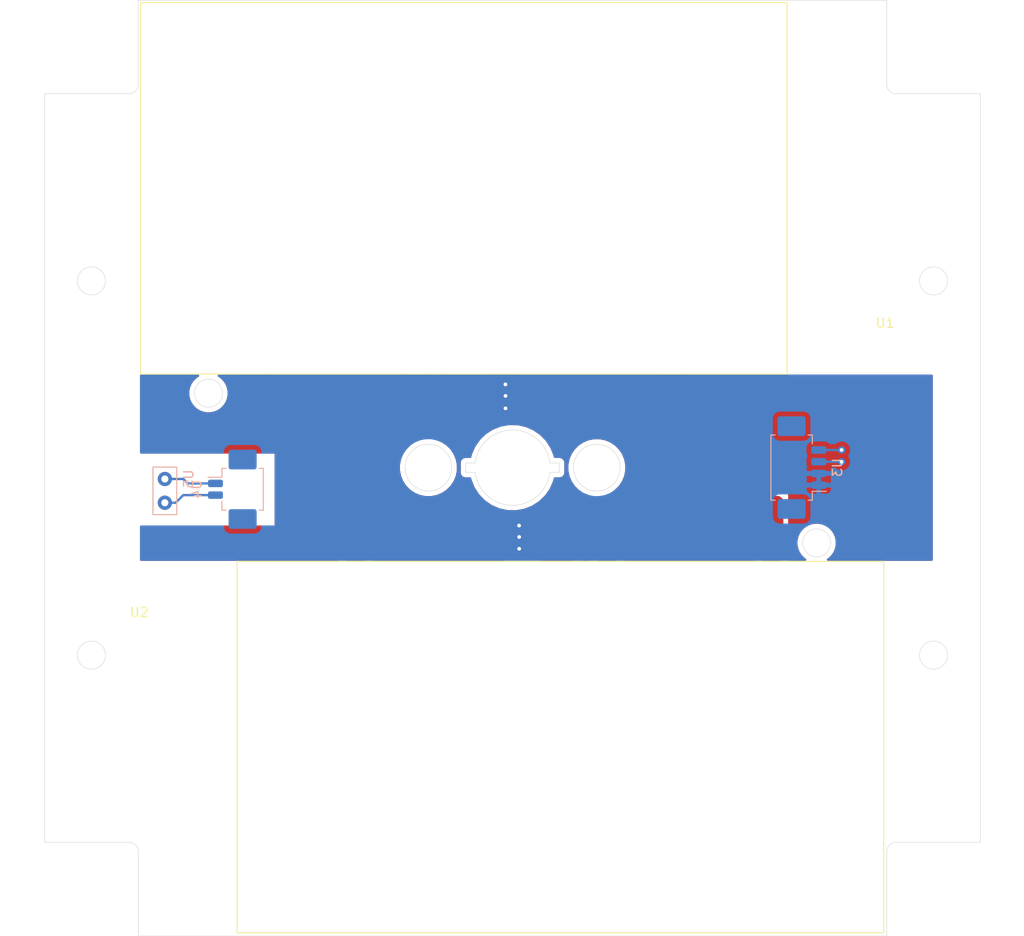
<source format=kicad_pcb>
(kicad_pcb (version 20171130) (host pcbnew "(5.1.9-0-10_14)")

  (general
    (thickness 1.6)
    (drawings 47)
    (tracks 34)
    (zones 0)
    (modules 5)
    (nets 5)
  )

  (page A4)
  (layers
    (0 F.Cu signal)
    (31 B.Cu signal)
    (32 B.Adhes user)
    (33 F.Adhes user)
    (34 B.Paste user)
    (35 F.Paste user)
    (36 B.SilkS user)
    (37 F.SilkS user)
    (38 B.Mask user)
    (39 F.Mask user)
    (40 Dwgs.User user hide)
    (41 Cmts.User user)
    (42 Eco1.User user)
    (43 Eco2.User user)
    (44 Edge.Cuts user)
    (45 Margin user)
    (46 B.CrtYd user)
    (47 F.CrtYd user)
    (48 B.Fab user)
    (49 F.Fab user)
  )

  (setup
    (last_trace_width 0.25)
    (user_trace_width 0.5)
    (trace_clearance 0.2)
    (zone_clearance 0.508)
    (zone_45_only no)
    (trace_min 0.2)
    (via_size 0.8)
    (via_drill 0.4)
    (via_min_size 0.4)
    (via_min_drill 0.3)
    (uvia_size 0.3)
    (uvia_drill 0.1)
    (uvias_allowed no)
    (uvia_min_size 0.2)
    (uvia_min_drill 0.1)
    (edge_width 0.05)
    (segment_width 0.2)
    (pcb_text_width 0.3)
    (pcb_text_size 1.5 1.5)
    (mod_edge_width 0.12)
    (mod_text_size 1 1)
    (mod_text_width 0.15)
    (pad_size 1.524 1.524)
    (pad_drill 0.762)
    (pad_to_mask_clearance 0)
    (aux_axis_origin 0 0)
    (visible_elements FFFFFF7F)
    (pcbplotparams
      (layerselection 0x010fc_ffffffff)
      (usegerberextensions true)
      (usegerberattributes true)
      (usegerberadvancedattributes true)
      (creategerberjobfile true)
      (excludeedgelayer true)
      (linewidth 0.100000)
      (plotframeref false)
      (viasonmask false)
      (mode 1)
      (useauxorigin false)
      (hpglpennumber 1)
      (hpglpenspeed 20)
      (hpglpendiameter 15.000000)
      (psnegative false)
      (psa4output false)
      (plotreference true)
      (plotvalue true)
      (plotinvisibletext false)
      (padsonsilk false)
      (subtractmaskfromsilk false)
      (outputformat 1)
      (mirror false)
      (drillshape 0)
      (scaleselection 1)
      (outputdirectory "../Solar Panels/ZPanel/"))
  )

  (net 0 "")
  (net 1 "Net-(U1-Pad1)")
  (net 2 "Net-(U1-Pad2)")
  (net 3 "Net-(U4-Pad1)")
  (net 4 "Net-(U4-Pad2)")

  (net_class Default "This is the default net class."
    (clearance 0.2)
    (trace_width 0.25)
    (via_dia 0.8)
    (via_drill 0.4)
    (uvia_dia 0.3)
    (uvia_drill 0.1)
    (add_net "Net-(U1-Pad1)")
    (add_net "Net-(U1-Pad2)")
    (add_net "Net-(U4-Pad1)")
    (add_net "Net-(U4-Pad2)")
  )

  (module Battery:Spectrolab_XTE-SF_Solar_Cell (layer F.Cu) (tedit 60EDEB11) (tstamp 611D7561)
    (at 179.01 72.15 180)
    (path /611D2A06)
    (fp_text reference U1 (at -10.47 5.44) (layer F.SilkS)
      (effects (font (size 1 1) (thickness 0.15)))
    )
    (fp_text value Spectrolab_XTE-SF_Solar_Cells (at -13.44 -5.52) (layer F.Fab)
      (effects (font (size 1 1) (thickness 0.15)))
    )
    (fp_line (start 0 39.7) (end 0 0) (layer F.SilkS) (width 0.12))
    (fp_line (start 69.1 39.7) (end 0 39.7) (layer F.SilkS) (width 0.12))
    (fp_line (start 69.1 0) (end 69.1 39.7) (layer F.SilkS) (width 0.12))
    (fp_line (start 0 0) (end 69.1 0) (layer F.SilkS) (width 0.12))
    (pad 4 smd roundrect (at 57.08 -3.5 180) (size 2.6 7) (layers F.Cu F.Paste F.Mask) (roundrect_rratio 0.25)
      (net 1 "Net-(U1-Pad1)"))
    (pad 3 smd roundrect (at 39.53 -3.5 180) (size 2.6 7) (layers F.Cu F.Paste F.Mask) (roundrect_rratio 0.25)
      (net 1 "Net-(U1-Pad1)"))
    (pad 2 smd roundrect (at 34.2 -2.62 180) (size 5 5.25) (layers F.Cu F.Paste F.Mask) (roundrect_rratio 0.25)
      (net 2 "Net-(U1-Pad2)"))
    (pad 1 smd roundrect (at 12.63 -3.5 180) (size 2.6 7) (layers F.Cu F.Paste F.Mask) (roundrect_rratio 0.25)
      (net 1 "Net-(U1-Pad1)"))
  )

  (module Battery:Spectrolab_XTE-SF_Solar_Cell (layer F.Cu) (tedit 60EDEB11) (tstamp 611D756D)
    (at 120.24 92.18)
    (path /611D1AF6)
    (fp_text reference U2 (at -10.47 5.44) (layer F.SilkS)
      (effects (font (size 1 1) (thickness 0.15)))
    )
    (fp_text value Spectrolab_XTE-SF_Solar_Cells (at -13.44 -5.52) (layer F.Fab)
      (effects (font (size 1 1) (thickness 0.15)))
    )
    (fp_line (start 0 0) (end 69.1 0) (layer F.SilkS) (width 0.12))
    (fp_line (start 69.1 0) (end 69.1 39.7) (layer F.SilkS) (width 0.12))
    (fp_line (start 69.1 39.7) (end 0 39.7) (layer F.SilkS) (width 0.12))
    (fp_line (start 0 39.7) (end 0 0) (layer F.SilkS) (width 0.12))
    (pad 1 smd roundrect (at 12.63 -3.5) (size 2.6 7) (layers F.Cu F.Paste F.Mask) (roundrect_rratio 0.25)
      (net 1 "Net-(U1-Pad1)"))
    (pad 2 smd roundrect (at 34.2 -2.62) (size 5 5.25) (layers F.Cu F.Paste F.Mask) (roundrect_rratio 0.25)
      (net 2 "Net-(U1-Pad2)"))
    (pad 3 smd roundrect (at 39.53 -3.5) (size 2.6 7) (layers F.Cu F.Paste F.Mask) (roundrect_rratio 0.25)
      (net 1 "Net-(U1-Pad1)"))
    (pad 4 smd roundrect (at 57.08 -3.5) (size 2.6 7) (layers F.Cu F.Paste F.Mask) (roundrect_rratio 0.25)
      (net 1 "Net-(U1-Pad1)"))
  )

  (module Connector_Molex:Molex_PicoBlade_53261-0471_1x04-1MP_P1.25mm_Horizontal (layer B.Cu) (tedit 5B78AD89) (tstamp 611D7596)
    (at 180 82.15 90)
    (descr "Molex PicoBlade series connector, 53261-0471 (http://www.molex.com/pdm_docs/sd/532610271_sd.pdf), generated with kicad-footprint-generator")
    (tags "connector Molex PicoBlade top entry")
    (path /611D2D8F)
    (attr smd)
    (fp_text reference U3 (at 0 4.4 90) (layer B.SilkS)
      (effects (font (size 1 1) (thickness 0.15)) (justify mirror))
    )
    (fp_text value PicoBlade_Connector (at 0 -3.8 90) (layer B.Fab)
      (effects (font (size 1 1) (thickness 0.15)) (justify mirror))
    )
    (fp_line (start -1.875 0.892893) (end -1.375 1.6) (layer B.Fab) (width 0.1))
    (fp_line (start -2.375 1.6) (end -1.875 0.892893) (layer B.Fab) (width 0.1))
    (fp_line (start 5.98 3.7) (end -5.98 3.7) (layer B.CrtYd) (width 0.05))
    (fp_line (start 5.98 -3.1) (end 5.98 3.7) (layer B.CrtYd) (width 0.05))
    (fp_line (start -5.98 -3.1) (end 5.98 -3.1) (layer B.CrtYd) (width 0.05))
    (fp_line (start -5.98 3.7) (end -5.98 -3.1) (layer B.CrtYd) (width 0.05))
    (fp_line (start 4.875 -2.2) (end 3.375 -2.2) (layer B.Fab) (width 0.1))
    (fp_line (start 4.875 -1.6) (end 4.875 -2.2) (layer B.Fab) (width 0.1))
    (fp_line (start 5.075 -1.4) (end 4.875 -1.6) (layer B.Fab) (width 0.1))
    (fp_line (start 5.075 0.4) (end 5.075 -1.4) (layer B.Fab) (width 0.1))
    (fp_line (start 4.875 0.6) (end 5.075 0.4) (layer B.Fab) (width 0.1))
    (fp_line (start 3.375 0.6) (end 4.875 0.6) (layer B.Fab) (width 0.1))
    (fp_line (start -4.875 -2.2) (end -3.375 -2.2) (layer B.Fab) (width 0.1))
    (fp_line (start -4.875 -1.6) (end -4.875 -2.2) (layer B.Fab) (width 0.1))
    (fp_line (start -5.075 -1.4) (end -4.875 -1.6) (layer B.Fab) (width 0.1))
    (fp_line (start -5.075 0.4) (end -5.075 -1.4) (layer B.Fab) (width 0.1))
    (fp_line (start -4.875 0.6) (end -5.075 0.4) (layer B.Fab) (width 0.1))
    (fp_line (start -3.375 0.6) (end -4.875 0.6) (layer B.Fab) (width 0.1))
    (fp_line (start 3.375 1.6) (end 3.375 -2.6) (layer B.Fab) (width 0.1))
    (fp_line (start -3.375 1.6) (end -3.375 -2.6) (layer B.Fab) (width 0.1))
    (fp_line (start -3.375 -2.6) (end 3.375 -2.6) (layer B.Fab) (width 0.1))
    (fp_line (start 3.485 -2.71) (end 3.485 -2.26) (layer B.SilkS) (width 0.12))
    (fp_line (start -3.485 -2.71) (end 3.485 -2.71) (layer B.SilkS) (width 0.12))
    (fp_line (start -3.485 -2.26) (end -3.485 -2.71) (layer B.SilkS) (width 0.12))
    (fp_line (start 3.485 1.71) (end 2.535 1.71) (layer B.SilkS) (width 0.12))
    (fp_line (start 3.485 1.26) (end 3.485 1.71) (layer B.SilkS) (width 0.12))
    (fp_line (start -2.535 1.71) (end -2.535 3.2) (layer B.SilkS) (width 0.12))
    (fp_line (start -3.485 1.71) (end -2.535 1.71) (layer B.SilkS) (width 0.12))
    (fp_line (start -3.485 1.26) (end -3.485 1.71) (layer B.SilkS) (width 0.12))
    (fp_line (start -3.375 1.6) (end 3.375 1.6) (layer B.Fab) (width 0.1))
    (fp_text user %R (at 0 -1.9 90) (layer B.Fab)
      (effects (font (size 1 1) (thickness 0.15)) (justify mirror))
    )
    (pad 1 smd roundrect (at -1.875 2.4 90) (size 0.8 1.6) (layers B.Cu B.Paste B.Mask) (roundrect_rratio 0.25)
      (net 2 "Net-(U1-Pad2)"))
    (pad 2 smd roundrect (at -0.625 2.4 90) (size 0.8 1.6) (layers B.Cu B.Paste B.Mask) (roundrect_rratio 0.25)
      (net 2 "Net-(U1-Pad2)"))
    (pad 3 smd roundrect (at 0.625 2.4 90) (size 0.8 1.6) (layers B.Cu B.Paste B.Mask) (roundrect_rratio 0.25)
      (net 1 "Net-(U1-Pad1)"))
    (pad 4 smd roundrect (at 1.875 2.4 90) (size 0.8 1.6) (layers B.Cu B.Paste B.Mask) (roundrect_rratio 0.25)
      (net 1 "Net-(U1-Pad1)"))
    (pad MP smd roundrect (at -4.425 -0.5 90) (size 2.1 3) (layers B.Cu B.Paste B.Mask) (roundrect_rratio 0.1190471428571429))
    (pad MP smd roundrect (at 4.425 -0.5 90) (size 2.1 3) (layers B.Cu B.Paste B.Mask) (roundrect_rratio 0.1190471428571429))
    (model ${KISYS3DMOD}/Connector_Molex.3dshapes/Molex_PicoBlade_53261-0471_1x04-1MP_P1.25mm_Horizontal.wrl
      (at (xyz 0 0 0))
      (scale (xyz 1 1 1))
      (rotate (xyz 0 0 0))
    )
  )

  (module Connector_Molex:Molex_PicoBlade_53261-0271_1x02-1MP_P1.25mm_Horizontal (layer B.Cu) (tedit 5B78AD89) (tstamp 619AEFA3)
    (at 120.32 84.47 270)
    (descr "Molex PicoBlade series connector, 53261-0271 (http://www.molex.com/pdm_docs/sd/532610271_sd.pdf), generated with kicad-footprint-generator")
    (tags "connector Molex PicoBlade top entry")
    (path /619A98BB)
    (attr smd)
    (fp_text reference U4 (at 0 4.4 270) (layer B.SilkS)
      (effects (font (size 1 1) (thickness 0.15)) (justify mirror))
    )
    (fp_text value PicoBlade_2 (at 0 -3.8 270) (layer B.Fab)
      (effects (font (size 1 1) (thickness 0.15)) (justify mirror))
    )
    (fp_line (start -2.125 1.6) (end 2.125 1.6) (layer B.Fab) (width 0.1))
    (fp_line (start -2.235 1.26) (end -2.235 1.71) (layer B.SilkS) (width 0.12))
    (fp_line (start -2.235 1.71) (end -1.285 1.71) (layer B.SilkS) (width 0.12))
    (fp_line (start -1.285 1.71) (end -1.285 3.2) (layer B.SilkS) (width 0.12))
    (fp_line (start 2.235 1.26) (end 2.235 1.71) (layer B.SilkS) (width 0.12))
    (fp_line (start 2.235 1.71) (end 1.285 1.71) (layer B.SilkS) (width 0.12))
    (fp_line (start -2.235 -2.26) (end -2.235 -2.71) (layer B.SilkS) (width 0.12))
    (fp_line (start -2.235 -2.71) (end 2.235 -2.71) (layer B.SilkS) (width 0.12))
    (fp_line (start 2.235 -2.71) (end 2.235 -2.26) (layer B.SilkS) (width 0.12))
    (fp_line (start -2.125 -2.6) (end 2.125 -2.6) (layer B.Fab) (width 0.1))
    (fp_line (start -2.125 1.6) (end -2.125 -2.6) (layer B.Fab) (width 0.1))
    (fp_line (start 2.125 1.6) (end 2.125 -2.6) (layer B.Fab) (width 0.1))
    (fp_line (start -2.125 0.6) (end -3.625 0.6) (layer B.Fab) (width 0.1))
    (fp_line (start -3.625 0.6) (end -3.825 0.4) (layer B.Fab) (width 0.1))
    (fp_line (start -3.825 0.4) (end -3.825 -1.4) (layer B.Fab) (width 0.1))
    (fp_line (start -3.825 -1.4) (end -3.625 -1.6) (layer B.Fab) (width 0.1))
    (fp_line (start -3.625 -1.6) (end -3.625 -2.2) (layer B.Fab) (width 0.1))
    (fp_line (start -3.625 -2.2) (end -2.125 -2.2) (layer B.Fab) (width 0.1))
    (fp_line (start 2.125 0.6) (end 3.625 0.6) (layer B.Fab) (width 0.1))
    (fp_line (start 3.625 0.6) (end 3.825 0.4) (layer B.Fab) (width 0.1))
    (fp_line (start 3.825 0.4) (end 3.825 -1.4) (layer B.Fab) (width 0.1))
    (fp_line (start 3.825 -1.4) (end 3.625 -1.6) (layer B.Fab) (width 0.1))
    (fp_line (start 3.625 -1.6) (end 3.625 -2.2) (layer B.Fab) (width 0.1))
    (fp_line (start 3.625 -2.2) (end 2.125 -2.2) (layer B.Fab) (width 0.1))
    (fp_line (start -4.72 3.7) (end -4.72 -3.1) (layer B.CrtYd) (width 0.05))
    (fp_line (start -4.72 -3.1) (end 4.72 -3.1) (layer B.CrtYd) (width 0.05))
    (fp_line (start 4.72 -3.1) (end 4.72 3.7) (layer B.CrtYd) (width 0.05))
    (fp_line (start 4.72 3.7) (end -4.72 3.7) (layer B.CrtYd) (width 0.05))
    (fp_line (start -1.125 1.6) (end -0.625 0.892893) (layer B.Fab) (width 0.1))
    (fp_line (start -0.625 0.892893) (end -0.125 1.6) (layer B.Fab) (width 0.1))
    (fp_text user %R (at 0 -1.9 270) (layer B.Fab)
      (effects (font (size 1 1) (thickness 0.15)) (justify mirror))
    )
    (pad 1 smd roundrect (at -0.625 2.4 270) (size 0.8 1.6) (layers B.Cu B.Paste B.Mask) (roundrect_rratio 0.25)
      (net 3 "Net-(U4-Pad1)"))
    (pad 2 smd roundrect (at 0.625 2.4 270) (size 0.8 1.6) (layers B.Cu B.Paste B.Mask) (roundrect_rratio 0.25)
      (net 4 "Net-(U4-Pad2)"))
    (pad MP smd roundrect (at -3.175 -0.5 270) (size 2.1 3) (layers B.Cu B.Paste B.Mask) (roundrect_rratio 0.119047619047619))
    (pad MP smd roundrect (at 3.175 -0.5 270) (size 2.1 3) (layers B.Cu B.Paste B.Mask) (roundrect_rratio 0.119047619047619))
    (model ${KISYS3DMOD}/Connector_Molex.3dshapes/Molex_PicoBlade_53261-0271_1x02-1MP_P1.25mm_Horizontal.wrl
      (at (xyz 0 0 0))
      (scale (xyz 1 1 1))
      (rotate (xyz 0 0 0))
    )
  )

  (module Battery:RBF (layer B.Cu) (tedit 60FF53FC) (tstamp 619AEFAD)
    (at 109.97 83.37 270)
    (path /619A8EC7)
    (fp_text reference U5 (at 0 -5.08 270) (layer B.SilkS)
      (effects (font (size 1 1) (thickness 0.15)) (justify mirror))
    )
    (fp_text value RBF_Pin (at 1.27 0 270) (layer B.Fab)
      (effects (font (size 1 1) (thickness 0.15)) (justify mirror))
    )
    (fp_line (start -1.27 -1.27) (end 3.81 -1.27) (layer B.SilkS) (width 0.12))
    (fp_line (start 3.81 -1.27) (end 3.81 -3.81) (layer B.SilkS) (width 0.12))
    (fp_line (start 3.81 -3.81) (end -1.27 -3.81) (layer B.SilkS) (width 0.12))
    (fp_line (start -1.27 -3.81) (end -1.27 -1.27) (layer B.SilkS) (width 0.12))
    (pad 1 thru_hole circle (at 0 -2.54 270) (size 1.524 1.524) (drill 0.762) (layers *.Cu *.Mask)
      (net 3 "Net-(U4-Pad1)"))
    (pad 2 thru_hole circle (at 2.54 -2.54 270) (size 1.524 1.524) (drill 0.762) (layers *.Cu *.Mask)
      (net 4 "Net-(U4-Pad2)"))
  )

  (gr_circle (center 158.68 82.16) (end 161.18 82.16) (layer Edge.Cuts) (width 0.05))
  (gr_circle (center 140.68 82.16) (end 143.18 82.16) (layer Edge.Cuts) (width 0.05))
  (gr_circle (center 117.17 74.2) (end 118.67 74.2) (layer Edge.Cuts) (width 0.05))
  (gr_circle (center 182.17 90.2) (end 180.67 90.21) (layer Edge.Cuts) (width 0.05))
  (dimension 17.5 (width 0.15) (layer Dwgs.User)
    (gr_text "17.500 mm" (at 190.92 66.71) (layer Dwgs.User)
      (effects (font (size 1 1) (thickness 0.15)))
    )
    (feature1 (pts (xy 182.17 90.2) (xy 182.17 67.423579)))
    (feature2 (pts (xy 199.67 90.2) (xy 199.67 67.423579)))
    (crossbar (pts (xy 199.67 68.01) (xy 182.17 68.01)))
    (arrow1a (pts (xy 182.17 68.01) (xy 183.296504 67.423579)))
    (arrow1b (pts (xy 182.17 68.01) (xy 183.296504 68.596421)))
    (arrow2a (pts (xy 199.67 68.01) (xy 198.543496 67.423579)))
    (arrow2b (pts (xy 199.67 68.01) (xy 198.543496 68.596421)))
  )
  (dimension 17.5 (width 0.15) (layer Dwgs.User)
    (gr_text "17.500 mm" (at 108.42 108.73) (layer Dwgs.User)
      (effects (font (size 1 1) (thickness 0.15)))
    )
    (feature1 (pts (xy 117.17 74.2) (xy 117.17 108.016421)))
    (feature2 (pts (xy 99.67 74.2) (xy 99.67 108.016421)))
    (crossbar (pts (xy 99.67 107.43) (xy 117.17 107.43)))
    (arrow1a (pts (xy 117.17 107.43) (xy 116.043496 108.016421)))
    (arrow1b (pts (xy 117.17 107.43) (xy 116.043496 106.843579)))
    (arrow2a (pts (xy 99.67 107.43) (xy 100.796504 108.016421)))
    (arrow2b (pts (xy 99.67 107.43) (xy 100.796504 106.843579)))
  )
  (gr_line (start 109.67 123.2) (end 109.67 132.2) (layer Edge.Cuts) (width 0.05) (tstamp 62055195))
  (gr_line (start 108.67 122.2) (end 99.67 122.2) (layer Edge.Cuts) (width 0.05) (tstamp 62055186))
  (gr_arc (start 108.67 123.2) (end 109.67 123.2) (angle -90) (layer Edge.Cuts) (width 0.05))
  (gr_line (start 189.67 123.2) (end 189.67 132.2) (layer Edge.Cuts) (width 0.05) (tstamp 620550F9))
  (gr_line (start 190.67 122.2) (end 199.67 122.2) (layer Edge.Cuts) (width 0.05) (tstamp 620550ED))
  (gr_arc (start 190.67 123.2) (end 190.67 122.2) (angle -90) (layer Edge.Cuts) (width 0.05))
  (gr_line (start 190.670001 42.200049) (end 199.67 42.2) (layer Edge.Cuts) (width 0.05) (tstamp 62054FFA))
  (gr_line (start 189.670001 41.190001) (end 189.67 32.2) (layer Edge.Cuts) (width 0.05) (tstamp 62054FEE))
  (gr_arc (start 190.67 41.2) (end 189.670001 41.190001) (angle -90.5729387) (layer Edge.Cuts) (width 0.05))
  (dimension 1 (width 0.15) (layer Dwgs.User)
    (gr_text "1.000 mm" (at 190.17 38.52) (layer Dwgs.User)
      (effects (font (size 1 1) (thickness 0.15)))
    )
    (feature1 (pts (xy 190.67 41.62) (xy 190.67 39.233579)))
    (feature2 (pts (xy 189.67 41.62) (xy 189.67 39.233579)))
    (crossbar (pts (xy 189.67 39.82) (xy 190.67 39.82)))
    (arrow1a (pts (xy 190.67 39.82) (xy 189.543496 40.406421)))
    (arrow1b (pts (xy 190.67 39.82) (xy 189.543496 39.233579)))
    (arrow2a (pts (xy 189.67 39.82) (xy 190.796504 40.406421)))
    (arrow2b (pts (xy 189.67 39.82) (xy 190.796504 39.233579)))
  )
  (gr_line (start 109.67 41.2) (end 109.67 32.2) (layer Edge.Cuts) (width 0.05) (tstamp 62054F0D))
  (gr_line (start 108.67 42.2) (end 99.67 42.2) (layer Edge.Cuts) (width 0.05) (tstamp 62054EFF))
  (gr_arc (start 108.67 41.2) (end 108.67 42.2) (angle -90) (layer Edge.Cuts) (width 0.05))
  (dimension 1 (width 0.15) (layer Dwgs.User)
    (gr_text "1.000 mm" (at 106.89 41.7 90) (layer Dwgs.User)
      (effects (font (size 1 1) (thickness 0.15)))
    )
    (feature1 (pts (xy 108.67 41.2) (xy 107.603579 41.2)))
    (feature2 (pts (xy 108.67 42.2) (xy 107.603579 42.2)))
    (crossbar (pts (xy 108.19 42.2) (xy 108.19 41.2)))
    (arrow1a (pts (xy 108.19 41.2) (xy 108.776421 42.326504)))
    (arrow1b (pts (xy 108.19 41.2) (xy 107.603579 42.326504)))
    (arrow2a (pts (xy 108.19 42.2) (xy 108.776421 41.073496)))
    (arrow2b (pts (xy 108.19 42.2) (xy 107.603579 41.073496)))
  )
  (dimension 1 (width 0.15) (layer Dwgs.User)
    (gr_text "1.000 mm" (at 109.17 39.19) (layer Dwgs.User)
      (effects (font (size 1 1) (thickness 0.15)))
    )
    (feature1 (pts (xy 108.67 41.98) (xy 108.67 39.903579)))
    (feature2 (pts (xy 109.67 41.98) (xy 109.67 39.903579)))
    (crossbar (pts (xy 109.67 40.49) (xy 108.67 40.49)))
    (arrow1a (pts (xy 108.67 40.49) (xy 109.796504 39.903579)))
    (arrow1b (pts (xy 108.67 40.49) (xy 109.796504 41.076421)))
    (arrow2a (pts (xy 109.67 40.49) (xy 108.543496 39.903579)))
    (arrow2b (pts (xy 109.67 40.49) (xy 108.543496 41.076421)))
  )
  (dimension 32 (width 0.15) (layer Dwgs.User)
    (gr_text "32.000 mm" (at 169.51 106.2 90) (layer Dwgs.User)
      (effects (font (size 1 1) (thickness 0.15)))
    )
    (feature1 (pts (xy 199.67 90.2) (xy 170.223579 90.2)))
    (feature2 (pts (xy 199.67 122.2) (xy 170.223579 122.2)))
    (crossbar (pts (xy 170.81 122.2) (xy 170.81 90.2)))
    (arrow1a (pts (xy 170.81 90.2) (xy 171.396421 91.326504)))
    (arrow1b (pts (xy 170.81 90.2) (xy 170.223579 91.326504)))
    (arrow2a (pts (xy 170.81 122.2) (xy 171.396421 121.073496)))
    (arrow2b (pts (xy 170.81 122.2) (xy 170.223579 121.073496)))
  )
  (dimension 18 (width 0.15) (layer Dwgs.User)
    (gr_text "18.000 mm" (at 149.68 109.51) (layer Dwgs.User)
      (effects (font (size 1 1) (thickness 0.15)))
    )
    (feature1 (pts (xy 158.68 82.16) (xy 158.68 108.796421)))
    (feature2 (pts (xy 140.68 82.16) (xy 140.68 108.796421)))
    (crossbar (pts (xy 140.68 108.21) (xy 158.68 108.21)))
    (arrow1a (pts (xy 158.68 108.21) (xy 157.553496 108.796421)))
    (arrow1b (pts (xy 158.68 108.21) (xy 157.553496 107.623579)))
    (arrow2a (pts (xy 140.68 108.21) (xy 141.806504 108.796421)))
    (arrow2b (pts (xy 140.68 108.21) (xy 141.806504 107.623579)))
  )
  (dimension 41.000001 (width 0.15) (layer Dwgs.User)
    (gr_text "41.000 mm" (at 120.191588 150.705491 0.01397458009) (layer Dwgs.User)
      (effects (font (size 1 1) (thickness 0.15)))
    )
    (feature1 (pts (xy 140.67 62.19) (xy 140.691414 149.986912)))
    (feature2 (pts (xy 99.67 62.2) (xy 99.691414 149.996912)))
    (crossbar (pts (xy 99.691271 149.410491) (xy 140.691271 149.400491)))
    (arrow1a (pts (xy 140.691271 149.400491) (xy 139.56491 149.987186)))
    (arrow1b (pts (xy 140.691271 149.400491) (xy 139.564624 148.814345)))
    (arrow2a (pts (xy 99.691271 149.410491) (xy 100.817918 149.996637)))
    (arrow2b (pts (xy 99.691271 149.410491) (xy 100.817632 148.823796)))
  )
  (dimension 58.000001 (width 0.15) (layer Dwgs.User)
    (gr_text "58.000 mm" (at 91.795001 103.194324 89.99012142) (layer Dwgs.User)
      (effects (font (size 1 1) (thickness 0.15)))
    )
    (feature1 (pts (xy 124.72 74.2) (xy 92.513581 74.194447)))
    (feature2 (pts (xy 124.71 132.2) (xy 92.503581 132.194447)))
    (crossbar (pts (xy 93.090001 132.194548) (xy 93.100001 74.194548)))
    (arrow1a (pts (xy 93.100001 74.194548) (xy 93.686228 75.321153)))
    (arrow1b (pts (xy 93.100001 74.194548) (xy 92.513386 75.320951)))
    (arrow2a (pts (xy 93.090001 132.194548) (xy 93.676616 131.068145)))
    (arrow2b (pts (xy 93.090001 132.194548) (xy 92.503774 131.067943)))
  )
  (gr_arc (start 149.67 82.16) (end 145.670001 82.659999) (angle -165.7499673) (layer Edge.Cuts) (width 0.05))
  (gr_line (start 144.67 82.66) (end 145.67 82.66) (layer Edge.Cuts) (width 0.05))
  (gr_line (start 144.67 81.66) (end 144.67 82.66) (layer Edge.Cuts) (width 0.05))
  (gr_line (start 145.67 81.66) (end 144.67 81.66) (layer Edge.Cuts) (width 0.05))
  (gr_arc (start 149.67 82.16) (end 153.669999 81.660001) (angle -165.7322943) (layer Edge.Cuts) (width 0.05))
  (gr_line (start 154.67 81.66) (end 153.67 81.66) (layer Edge.Cuts) (width 0.05))
  (gr_line (start 154.67 82.66) (end 153.67 82.66) (layer Edge.Cuts) (width 0.05))
  (gr_line (start 154.67 81.66) (end 154.67 82.66) (layer Edge.Cuts) (width 0.05))
  (dimension 5 (width 0.15) (layer Dwgs.User)
    (gr_text "5.000 mm" (at 152.17 80.36) (layer Dwgs.User)
      (effects (font (size 1 1) (thickness 0.15)))
    )
    (feature1 (pts (xy 154.67 82.16) (xy 154.67 81.073579)))
    (feature2 (pts (xy 149.67 82.16) (xy 149.67 81.073579)))
    (crossbar (pts (xy 149.67 81.66) (xy 154.67 81.66)))
    (arrow1a (pts (xy 154.67 81.66) (xy 153.543496 82.246421)))
    (arrow1b (pts (xy 154.67 81.66) (xy 153.543496 81.073579)))
    (arrow2a (pts (xy 149.67 81.66) (xy 150.796504 82.246421)))
    (arrow2b (pts (xy 149.67 81.66) (xy 150.796504 81.073579)))
  )
  (gr_circle (center 194.67 102.2) (end 196.17 102.2) (layer Edge.Cuts) (width 0.05))
  (gr_circle (center 194.67 62.2) (end 196.17 62.2) (layer Edge.Cuts) (width 0.05))
  (gr_circle (center 104.67 62.2) (end 106.17 62.2) (layer Edge.Cuts) (width 0.05))
  (dimension 40 (width 0.15) (layer Dwgs.User)
    (gr_text "40.000 mm" (at 231.41 62.16 270) (layer Dwgs.User)
      (effects (font (size 1 1) (thickness 0.15)))
    )
    (feature1 (pts (xy 95.46 82.16) (xy 230.696421 82.16)))
    (feature2 (pts (xy 95.46 42.16) (xy 230.696421 42.16)))
    (crossbar (pts (xy 230.11 42.16) (xy 230.11 82.16)))
    (arrow1a (pts (xy 230.11 82.16) (xy 229.523579 81.033496)))
    (arrow1b (pts (xy 230.11 82.16) (xy 230.696421 81.033496)))
    (arrow2a (pts (xy 230.11 42.16) (xy 229.523579 43.286504)))
    (arrow2b (pts (xy 230.11 42.16) (xy 230.696421 43.286504)))
  )
  (gr_circle (center 104.67 102.2) (end 106.17 102.2) (layer Edge.Cuts) (width 0.05))
  (dimension 20 (width 0.15) (layer Dwgs.User)
    (gr_text "20.000 mm" (at 213.76 52.2 270) (layer Dwgs.User)
      (effects (font (size 1 1) (thickness 0.15)))
    )
    (feature1 (pts (xy 99.67 62.2) (xy 213.046421 62.2)))
    (feature2 (pts (xy 99.67 42.2) (xy 213.046421 42.2)))
    (crossbar (pts (xy 212.46 42.2) (xy 212.46 62.2)))
    (arrow1a (pts (xy 212.46 62.2) (xy 211.873579 61.073496)))
    (arrow1b (pts (xy 212.46 62.2) (xy 213.046421 61.073496)))
    (arrow2a (pts (xy 212.46 42.2) (xy 211.873579 43.326504)))
    (arrow2b (pts (xy 212.46 42.2) (xy 213.046421 43.326504)))
  )
  (dimension 20 (width 0.15) (layer Dwgs.User)
    (gr_text "20.000 mm" (at 223.57 112.2 90) (layer Dwgs.User)
      (effects (font (size 1 1) (thickness 0.15)))
    )
    (feature1 (pts (xy 99.67 102.2) (xy 222.856421 102.2)))
    (feature2 (pts (xy 99.67 122.2) (xy 222.856421 122.2)))
    (crossbar (pts (xy 222.27 122.2) (xy 222.27 102.2)))
    (arrow1a (pts (xy 222.27 102.2) (xy 222.856421 103.326504)))
    (arrow1b (pts (xy 222.27 102.2) (xy 221.683579 103.326504)))
    (arrow2a (pts (xy 222.27 122.2) (xy 222.856421 121.073496)))
    (arrow2b (pts (xy 222.27 122.2) (xy 221.683579 121.073496)))
  )
  (dimension 5 (width 0.15) (layer Dwgs.User)
    (gr_text "5.000 mm" (at 197.17 136.41) (layer Dwgs.User)
      (effects (font (size 1 1) (thickness 0.15)))
    )
    (feature1 (pts (xy 194.67 42.2) (xy 194.67 135.696421)))
    (feature2 (pts (xy 199.67 42.2) (xy 199.67 135.696421)))
    (crossbar (pts (xy 199.67 135.11) (xy 194.67 135.11)))
    (arrow1a (pts (xy 194.67 135.11) (xy 195.796504 134.523579)))
    (arrow1b (pts (xy 194.67 135.11) (xy 195.796504 135.696421)))
    (arrow2a (pts (xy 199.67 135.11) (xy 198.543496 134.523579)))
    (arrow2b (pts (xy 199.67 135.11) (xy 198.543496 135.696421)))
  )
  (dimension 5 (width 0.15) (layer Dwgs.User)
    (gr_text "5.000 mm" (at 102.17 135.74) (layer Dwgs.User)
      (effects (font (size 1 1) (thickness 0.15)))
    )
    (feature1 (pts (xy 104.67 42.2) (xy 104.67 135.026421)))
    (feature2 (pts (xy 99.67 42.2) (xy 99.67 135.026421)))
    (crossbar (pts (xy 99.67 134.44) (xy 104.67 134.44)))
    (arrow1a (pts (xy 104.67 134.44) (xy 103.543496 135.026421)))
    (arrow1b (pts (xy 104.67 134.44) (xy 103.543496 133.853579)))
    (arrow2a (pts (xy 99.67 134.44) (xy 100.796504 135.026421)))
    (arrow2b (pts (xy 99.67 134.44) (xy 100.796504 133.853579)))
  )
  (gr_line (start 99.67 122.2) (end 99.67 42.2) (layer Edge.Cuts) (width 0.05))
  (gr_line (start 189.67 132.2) (end 109.67 132.2) (layer Edge.Cuts) (width 0.05))
  (gr_line (start 199.67 42.2) (end 199.67 122.2) (layer Edge.Cuts) (width 0.05))
  (gr_line (start 109.67 32.2) (end 189.67 32.2) (layer Edge.Cuts) (width 0.05))

  (via (at 184.84 80.27) (size 0.8) (drill 0.4) (layers F.Cu B.Cu) (net 1))
  (via (at 184.84 81.54) (size 0.8) (drill 0.4) (layers F.Cu B.Cu) (net 1))
  (segment (start 184.835 80.275) (end 184.84 80.27) (width 0.25) (layer B.Cu) (net 1))
  (segment (start 182.4 80.275) (end 184.835 80.275) (width 0.25) (layer B.Cu) (net 1))
  (segment (start 184.825 81.525) (end 184.84 81.54) (width 0.25) (layer B.Cu) (net 1))
  (segment (start 182.4 81.525) (end 184.825 81.525) (width 0.25) (layer B.Cu) (net 1))
  (segment (start 139.48 75.65) (end 139.48 78.86) (width 0.25) (layer F.Cu) (net 1))
  (segment (start 139.48 78.86) (end 138.48 79.86) (width 0.25) (layer F.Cu) (net 1))
  (segment (start 159.77 88.68) (end 159.77 85.53) (width 0.25) (layer F.Cu) (net 1))
  (segment (start 159.77 85.53) (end 160.77 84.53) (width 0.25) (layer F.Cu) (net 1))
  (via (at 148.91 73.26) (size 0.8) (drill 0.4) (layers F.Cu B.Cu) (net 2))
  (via (at 148.92 74.49) (size 0.8) (drill 0.4) (layers F.Cu B.Cu) (net 2))
  (via (at 148.92 75.82) (size 0.8) (drill 0.4) (layers F.Cu B.Cu) (net 2))
  (via (at 150.37 88.35) (size 0.8) (drill 0.4) (layers F.Cu B.Cu) (net 2))
  (via (at 150.38 89.57) (size 0.8) (drill 0.4) (layers F.Cu B.Cu) (net 2))
  (via (at 150.38 90.83) (size 0.8) (drill 0.4) (layers F.Cu B.Cu) (net 2))
  (segment (start 153.23 88.35) (end 154.44 89.56) (width 0.5) (layer F.Cu) (net 2))
  (segment (start 150.37 88.35) (end 153.23 88.35) (width 0.5) (layer F.Cu) (net 2))
  (segment (start 154.43 89.57) (end 154.44 89.56) (width 0.5) (layer F.Cu) (net 2))
  (segment (start 150.38 89.57) (end 154.43 89.57) (width 0.5) (layer F.Cu) (net 2))
  (segment (start 153.17 90.83) (end 154.44 89.56) (width 0.5) (layer F.Cu) (net 2))
  (segment (start 150.38 90.83) (end 153.17 90.83) (width 0.5) (layer F.Cu) (net 2))
  (segment (start 146.32 73.26) (end 144.81 74.77) (width 0.5) (layer F.Cu) (net 2))
  (segment (start 148.91 73.26) (end 146.32 73.26) (width 0.5) (layer F.Cu) (net 2))
  (segment (start 145.09 74.49) (end 144.81 74.77) (width 0.5) (layer F.Cu) (net 2))
  (segment (start 148.92 74.49) (end 145.09 74.49) (width 0.5) (layer F.Cu) (net 2))
  (segment (start 145.86 75.82) (end 144.81 74.77) (width 0.5) (layer F.Cu) (net 2))
  (segment (start 148.92 75.82) (end 145.86 75.82) (width 0.5) (layer F.Cu) (net 2))
  (segment (start 112.51 83.37) (end 114.49 83.37) (width 0.25) (layer B.Cu) (net 3))
  (segment (start 114.965 83.845) (end 117.92 83.845) (width 0.25) (layer B.Cu) (net 3))
  (segment (start 114.49 83.37) (end 114.965 83.845) (width 0.25) (layer B.Cu) (net 3))
  (segment (start 112.51 85.91) (end 113.66 85.91) (width 0.25) (layer B.Cu) (net 4))
  (segment (start 114.475 85.095) (end 117.92 85.095) (width 0.25) (layer B.Cu) (net 4))
  (segment (start 113.66 85.91) (end 114.475 85.095) (width 0.25) (layer B.Cu) (net 4))

  (zone (net 0) (net_name "") (layer F.Cu) (tstamp 0) (hatch edge 0.508)
    (connect_pads (clearance 0.508))
    (min_thickness 0.254)
    (keepout (tracks allowed) (vias allowed) (copperpour not_allowed))
    (fill (arc_segments 32) (thermal_gap 0.508) (thermal_bridge_width 0.508))
    (polygon
      (pts
        (xy 152.03 92.12) (xy 148.84 92.12) (xy 148.84 87.28) (xy 152.03 87.28)
      )
    )
  )
  (zone (net 0) (net_name "") (layer F.Cu) (tstamp 0) (hatch edge 0.508)
    (connect_pads (clearance 0.508))
    (min_thickness 0.254)
    (keepout (tracks allowed) (vias allowed) (copperpour not_allowed))
    (fill (arc_segments 32) (thermal_gap 0.508) (thermal_bridge_width 0.508))
    (polygon
      (pts
        (xy 150.32 76.9) (xy 147.29 76.9) (xy 147.29 72.21) (xy 150.32 72.21)
      )
    )
  )
  (zone (net 1) (net_name "Net-(U1-Pad1)") (layer F.Cu) (tstamp 62101BD8) (hatch edge 0.508)
    (connect_pads (clearance 0.508))
    (min_thickness 0.254)
    (fill yes (arc_segments 32) (thermal_gap 0.508) (thermal_bridge_width 0.508))
    (polygon
      (pts
        (xy 194.59 92.12) (xy 109.85 92.12) (xy 109.85 72.21) (xy 194.59 72.21)
      )
    )
    (filled_polygon
      (pts
        (xy 115.787023 72.514837) (xy 115.484837 72.817023) (xy 115.247412 73.172355) (xy 115.08387 73.567179) (xy 115.000497 73.986323)
        (xy 115.000497 74.413677) (xy 115.08387 74.832821) (xy 115.247412 75.227645) (xy 115.484837 75.582977) (xy 115.787023 75.885163)
        (xy 116.142355 76.122588) (xy 116.537179 76.28613) (xy 116.956323 76.369503) (xy 117.383677 76.369503) (xy 117.802821 76.28613)
        (xy 118.197645 76.122588) (xy 118.552977 75.885163) (xy 118.855163 75.582977) (xy 119.092588 75.227645) (xy 119.25613 74.832821)
        (xy 119.339503 74.413677) (xy 119.339503 73.986323) (xy 119.25613 73.567179) (xy 119.092588 73.172355) (xy 118.855163 72.817023)
        (xy 118.552977 72.514837) (xy 118.286825 72.337) (xy 119.992107 72.337) (xy 119.995 75.36425) (xy 120.15375 75.523)
        (xy 121.803 75.523) (xy 121.803 75.503) (xy 122.057 75.503) (xy 122.057 75.523) (xy 123.70625 75.523)
        (xy 123.865 75.36425) (xy 123.867893 72.337) (xy 137.542107 72.337) (xy 137.545 75.36425) (xy 137.70375 75.523)
        (xy 139.353 75.523) (xy 139.353 75.503) (xy 139.607 75.503) (xy 139.607 75.523) (xy 141.25625 75.523)
        (xy 141.415 75.36425) (xy 141.417893 72.337) (xy 141.997547 72.337) (xy 141.990126 72.346043) (xy 141.815649 72.672466)
        (xy 141.708207 73.026655) (xy 141.671928 73.395) (xy 141.671928 76.145) (xy 141.708207 76.513345) (xy 141.815649 76.867534)
        (xy 141.990126 77.193957) (xy 142.224931 77.480069) (xy 142.511043 77.714874) (xy 142.837466 77.889351) (xy 143.191655 77.996793)
        (xy 143.56 78.033072) (xy 146.06 78.033072) (xy 146.428345 77.996793) (xy 146.782534 77.889351) (xy 147.108957 77.714874)
        (xy 147.395069 77.480069) (xy 147.629874 77.193957) (xy 147.719115 77.027) (xy 150.32 77.027) (xy 150.344776 77.02456)
        (xy 150.368601 77.017333) (xy 150.390557 77.005597) (xy 150.409803 76.989803) (xy 150.425597 76.970557) (xy 150.437333 76.948601)
        (xy 150.44456 76.924776) (xy 150.447 76.9) (xy 150.447 72.337) (xy 164.442107 72.337) (xy 164.445 75.36425)
        (xy 164.60375 75.523) (xy 166.253 75.523) (xy 166.253 75.503) (xy 166.507 75.503) (xy 166.507 75.523)
        (xy 168.15625 75.523) (xy 168.315 75.36425) (xy 168.317893 72.337) (xy 194.463 72.337) (xy 194.463 91.993)
        (xy 183.391646 91.993) (xy 183.552998 91.885188) (xy 183.855188 91.582998) (xy 184.092617 91.22766) (xy 184.256162 90.83283)
        (xy 184.339536 90.413681) (xy 184.339536 89.986319) (xy 184.256162 89.56717) (xy 184.092617 89.17234) (xy 183.855188 88.817002)
        (xy 183.552998 88.514812) (xy 183.19766 88.277383) (xy 182.80283 88.113838) (xy 182.383681 88.030464) (xy 181.956319 88.030464)
        (xy 181.53717 88.113838) (xy 181.14234 88.277383) (xy 180.787002 88.514812) (xy 180.484812 88.817002) (xy 180.247383 89.17234)
        (xy 180.083838 89.56717) (xy 180.000464 89.986319) (xy 180.000464 90.413681) (xy 180.083838 90.83283) (xy 180.247383 91.22766)
        (xy 180.484812 91.582998) (xy 180.787002 91.885188) (xy 180.948354 91.993) (xy 179.257893 91.993) (xy 179.255 88.96575)
        (xy 179.09625 88.807) (xy 177.447 88.807) (xy 177.447 88.827) (xy 177.193 88.827) (xy 177.193 88.807)
        (xy 175.54375 88.807) (xy 175.385 88.96575) (xy 175.382107 91.993) (xy 161.707893 91.993) (xy 161.705 88.96575)
        (xy 161.54625 88.807) (xy 159.897 88.807) (xy 159.897 88.827) (xy 159.643 88.827) (xy 159.643 88.807)
        (xy 157.99375 88.807) (xy 157.835 88.96575) (xy 157.832107 91.993) (xy 157.252453 91.993) (xy 157.259874 91.983957)
        (xy 157.434351 91.657534) (xy 157.541793 91.303345) (xy 157.578072 90.935) (xy 157.578072 88.185) (xy 157.541793 87.816655)
        (xy 157.434351 87.462466) (xy 157.259874 87.136043) (xy 157.025069 86.849931) (xy 156.738957 86.615126) (xy 156.412534 86.440649)
        (xy 156.058345 86.333207) (xy 155.69 86.296928) (xy 153.19 86.296928) (xy 152.821655 86.333207) (xy 152.467466 86.440649)
        (xy 152.141043 86.615126) (xy 151.854931 86.849931) (xy 151.620126 87.136043) (xy 151.611062 87.153) (xy 148.84 87.153)
        (xy 148.815224 87.15544) (xy 148.791399 87.162667) (xy 148.769443 87.174403) (xy 148.750197 87.190197) (xy 148.734403 87.209443)
        (xy 148.722667 87.231399) (xy 148.71544 87.255224) (xy 148.713 87.28) (xy 148.713 91.993) (xy 134.807893 91.993)
        (xy 134.805 88.96575) (xy 134.64625 88.807) (xy 132.997 88.807) (xy 132.997 88.827) (xy 132.743 88.827)
        (xy 132.743 88.807) (xy 131.09375 88.807) (xy 130.935 88.96575) (xy 130.932107 91.993) (xy 109.977 91.993)
        (xy 109.977 88.467) (xy 124.24 88.467) (xy 124.264939 88.464527) (xy 124.288754 88.457269) (xy 124.310695 88.445505)
        (xy 124.329919 88.429686) (xy 124.345688 88.41042) (xy 124.357396 88.388448) (xy 124.364592 88.364614) (xy 124.367 88.339835)
        (xy 124.362886 85.18) (xy 130.931928 85.18) (xy 130.935 88.39425) (xy 131.09375 88.553) (xy 132.743 88.553)
        (xy 132.743 84.70375) (xy 132.997 84.70375) (xy 132.997 88.553) (xy 134.64625 88.553) (xy 134.805 88.39425)
        (xy 134.808072 85.18) (xy 134.795812 85.055518) (xy 134.759502 84.93582) (xy 134.700537 84.825506) (xy 134.621185 84.728815)
        (xy 134.524494 84.649463) (xy 134.41418 84.590498) (xy 134.294482 84.554188) (xy 134.17 84.541928) (xy 133.15575 84.545)
        (xy 132.997 84.70375) (xy 132.743 84.70375) (xy 132.58425 84.545) (xy 131.57 84.541928) (xy 131.445518 84.554188)
        (xy 131.32582 84.590498) (xy 131.215506 84.649463) (xy 131.118815 84.728815) (xy 131.039463 84.825506) (xy 130.980498 84.93582)
        (xy 130.944188 85.055518) (xy 130.931928 85.18) (xy 124.362886 85.18) (xy 124.358548 81.848305) (xy 137.515313 81.848305)
        (xy 137.515313 82.471695) (xy 137.63693 83.083105) (xy 137.87549 83.659042) (xy 138.221827 84.177371) (xy 138.662629 84.618173)
        (xy 139.180958 84.96451) (xy 139.756895 85.20307) (xy 140.368305 85.324687) (xy 140.991695 85.324687) (xy 141.603105 85.20307)
        (xy 142.179042 84.96451) (xy 142.697371 84.618173) (xy 143.138173 84.177371) (xy 143.48451 83.659042) (xy 143.72307 83.083105)
        (xy 143.844687 82.471695) (xy 143.844687 81.848305) (xy 143.807231 81.66) (xy 144.006807 81.66) (xy 144.01 81.69242)
        (xy 144.010001 82.627571) (xy 144.006807 82.66) (xy 144.01955 82.789383) (xy 144.05729 82.913793) (xy 144.118575 83.02845)
        (xy 144.201052 83.128948) (xy 144.30155 83.211425) (xy 144.416207 83.27271) (xy 144.540617 83.31045) (xy 144.637581 83.32)
        (xy 144.67 83.323193) (xy 144.702419 83.32) (xy 145.131717 83.32) (xy 145.149968 83.40891) (xy 145.16575 83.459891)
        (xy 145.17981 83.511377) (xy 145.183154 83.519964) (xy 145.473729 84.251075) (xy 145.501126 84.304213) (xy 145.527809 84.357789)
        (xy 145.532757 84.365563) (xy 145.959804 85.02631) (xy 145.997019 85.073138) (xy 146.033583 85.120489) (xy 146.039947 85.127154)
        (xy 146.587201 85.69237) (xy 146.632822 85.731093) (xy 146.677866 85.770423) (xy 146.685403 85.775725) (xy 147.332019 86.223881)
        (xy 147.384247 86.252981) (xy 147.436119 86.282839) (xy 147.444542 86.286576) (xy 148.165891 86.600602) (xy 148.2228 86.61901)
        (xy 148.279459 86.638216) (xy 148.288448 86.640246) (xy 149.057054 86.808181) (xy 149.116457 86.815185) (xy 149.175765 86.82302)
        (xy 149.184977 86.823265) (xy 149.971565 86.838712) (xy 150.031185 86.834046) (xy 150.090897 86.830211) (xy 150.099981 86.828662)
        (xy 150.874587 86.691033) (xy 150.932165 86.674875) (xy 150.989996 86.659515) (xy 150.998607 86.656231) (xy 151.731729 86.370767)
        (xy 151.785094 86.343722) (xy 151.838817 86.317433) (xy 151.846625 86.312539) (xy 152.510338 85.890115) (xy 152.557414 85.853236)
        (xy 152.605028 85.816997) (xy 152.611738 85.81068) (xy 153.180762 85.267385) (xy 153.219774 85.222069) (xy 153.259447 85.177267)
        (xy 153.264801 85.169766) (xy 153.717461 84.526295) (xy 153.746943 84.474238) (xy 153.777143 84.422609) (xy 153.780939 84.414212)
        (xy 154.099993 83.695073) (xy 154.118797 83.638296) (xy 154.138399 83.581771) (xy 154.140491 83.572796) (xy 154.197577 83.32)
        (xy 154.637581 83.32) (xy 154.67 83.323193) (xy 154.702419 83.32) (xy 154.799383 83.31045) (xy 154.923793 83.27271)
        (xy 155.03845 83.211425) (xy 155.138948 83.128948) (xy 155.221425 83.02845) (xy 155.28271 82.913793) (xy 155.32045 82.789383)
        (xy 155.333193 82.66) (xy 155.33 82.627581) (xy 155.33 81.848305) (xy 155.515313 81.848305) (xy 155.515313 82.471695)
        (xy 155.63693 83.083105) (xy 155.87549 83.659042) (xy 156.221827 84.177371) (xy 156.662629 84.618173) (xy 157.180958 84.96451)
        (xy 157.756895 85.20307) (xy 157.831964 85.218002) (xy 157.835 88.39425) (xy 157.99375 88.553) (xy 159.643 88.553)
        (xy 159.643 88.533) (xy 159.897 88.533) (xy 159.897 88.553) (xy 161.54625 88.553) (xy 161.705 88.39425)
        (xy 161.708072 85.18) (xy 175.381928 85.18) (xy 175.385 88.39425) (xy 175.54375 88.553) (xy 177.193 88.553)
        (xy 177.193 84.70375) (xy 177.447 84.70375) (xy 177.447 88.553) (xy 179.09625 88.553) (xy 179.255 88.39425)
        (xy 179.258072 85.18) (xy 179.245812 85.055518) (xy 179.209502 84.93582) (xy 179.150537 84.825506) (xy 179.071185 84.728815)
        (xy 178.974494 84.649463) (xy 178.86418 84.590498) (xy 178.744482 84.554188) (xy 178.62 84.541928) (xy 177.60575 84.545)
        (xy 177.447 84.70375) (xy 177.193 84.70375) (xy 177.03425 84.545) (xy 176.02 84.541928) (xy 175.895518 84.554188)
        (xy 175.77582 84.590498) (xy 175.665506 84.649463) (xy 175.568815 84.728815) (xy 175.489463 84.825506) (xy 175.430498 84.93582)
        (xy 175.394188 85.055518) (xy 175.381928 85.18) (xy 161.708072 85.18) (xy 161.695812 85.055518) (xy 161.659502 84.93582)
        (xy 161.600537 84.825506) (xy 161.521185 84.728815) (xy 161.424494 84.649463) (xy 161.31418 84.590498) (xy 161.194482 84.554188)
        (xy 161.07 84.541928) (xy 160.772716 84.542828) (xy 161.138173 84.177371) (xy 161.48451 83.659042) (xy 161.72307 83.083105)
        (xy 161.844687 82.471695) (xy 161.844687 81.848305) (xy 161.72307 81.236895) (xy 161.48451 80.660958) (xy 161.138173 80.142629)
        (xy 160.697371 79.701827) (xy 160.179042 79.35549) (xy 159.682944 79.15) (xy 164.441928 79.15) (xy 164.454188 79.274482)
        (xy 164.490498 79.39418) (xy 164.549463 79.504494) (xy 164.628815 79.601185) (xy 164.725506 79.680537) (xy 164.83582 79.739502)
        (xy 164.955518 79.775812) (xy 165.08 79.788072) (xy 166.09425 79.785) (xy 166.253 79.62625) (xy 166.253 75.777)
        (xy 166.507 75.777) (xy 166.507 79.62625) (xy 166.66575 79.785) (xy 167.68 79.788072) (xy 167.804482 79.775812)
        (xy 167.92418 79.739502) (xy 168.034494 79.680537) (xy 168.131185 79.601185) (xy 168.210537 79.504494) (xy 168.269502 79.39418)
        (xy 168.305812 79.274482) (xy 168.318072 79.15) (xy 168.315 75.93575) (xy 168.15625 75.777) (xy 166.507 75.777)
        (xy 166.253 75.777) (xy 164.60375 75.777) (xy 164.445 75.93575) (xy 164.441928 79.15) (xy 159.682944 79.15)
        (xy 159.603105 79.11693) (xy 158.991695 78.995313) (xy 158.368305 78.995313) (xy 157.756895 79.11693) (xy 157.180958 79.35549)
        (xy 156.662629 79.701827) (xy 156.221827 80.142629) (xy 155.87549 80.660958) (xy 155.63693 81.236895) (xy 155.515313 81.848305)
        (xy 155.33 81.848305) (xy 155.33 81.692419) (xy 155.333193 81.66) (xy 155.32045 81.530617) (xy 155.28271 81.406207)
        (xy 155.221425 81.29155) (xy 155.138948 81.191052) (xy 155.03845 81.108575) (xy 154.923793 81.04729) (xy 154.799383 81.00955)
        (xy 154.702419 81) (xy 154.67 80.996807) (xy 154.637581 81) (xy 154.208366 81) (xy 154.190395 80.912385)
        (xy 154.174641 80.861467) (xy 154.160606 80.81001) (xy 154.157264 80.801422) (xy 153.866917 80.070221) (xy 153.839518 80.017041)
        (xy 153.812869 79.96349) (xy 153.807923 79.955714) (xy 153.381079 79.294834) (xy 153.343869 79.247983) (xy 153.30733 79.200634)
        (xy 153.300968 79.193967) (xy 152.753888 78.628582) (xy 152.708301 78.589863) (xy 152.663247 78.5505) (xy 152.655712 78.545196)
        (xy 152.009234 78.09684) (xy 151.956996 78.067714) (xy 151.905153 78.037851) (xy 151.896731 78.034112) (xy 151.175479 77.719863)
        (xy 151.118588 77.701441) (xy 151.061922 77.682213) (xy 151.052933 77.680181) (xy 150.28438 77.512009) (xy 150.22499 77.504988)
        (xy 150.165672 77.497133) (xy 150.15646 77.496885) (xy 149.369879 77.481196) (xy 149.310209 77.485848) (xy 149.250544 77.489661)
        (xy 149.24146 77.491207) (xy 149.241456 77.491207) (xy 148.466811 77.628597) (xy 148.409257 77.644729) (xy 148.351392 77.660079)
        (xy 148.342781 77.66336) (xy 147.609571 77.948597) (xy 147.556221 77.975613) (xy 147.502465 78.001898) (xy 147.494656 78.006789)
        (xy 146.830812 78.429008) (xy 146.783696 78.465896) (xy 146.7361 78.502098) (xy 146.729388 78.508413) (xy 146.160197 79.051533)
        (xy 146.121153 79.096858) (xy 146.081485 79.141627) (xy 146.076128 79.149125) (xy 145.62327 79.792457) (xy 145.593782 79.844487)
        (xy 145.563556 79.896123) (xy 145.559758 79.904519) (xy 145.240481 80.623561) (xy 145.221666 80.680311) (xy 145.202039 80.736852)
        (xy 145.199944 80.745826) (xy 145.142464 81) (xy 144.702419 81) (xy 144.67 80.996807) (xy 144.637581 81)
        (xy 144.540617 81.00955) (xy 144.416207 81.04729) (xy 144.30155 81.108575) (xy 144.201052 81.191052) (xy 144.118575 81.29155)
        (xy 144.05729 81.406207) (xy 144.01955 81.530617) (xy 144.006807 81.66) (xy 143.807231 81.66) (xy 143.72307 81.236895)
        (xy 143.48451 80.660958) (xy 143.138173 80.142629) (xy 142.697371 79.701827) (xy 142.179042 79.35549) (xy 141.603105 79.11693)
        (xy 141.418005 79.080111) (xy 141.415 75.93575) (xy 141.25625 75.777) (xy 139.607 75.777) (xy 139.607 75.797)
        (xy 139.353 75.797) (xy 139.353 75.777) (xy 137.70375 75.777) (xy 137.545 75.93575) (xy 137.541928 79.15)
        (xy 137.554188 79.274482) (xy 137.590498 79.39418) (xy 137.649463 79.504494) (xy 137.728815 79.601185) (xy 137.825506 79.680537)
        (xy 137.93582 79.739502) (xy 138.055518 79.775812) (xy 138.18 79.788072) (xy 138.577588 79.786868) (xy 138.221827 80.142629)
        (xy 137.87549 80.660958) (xy 137.63693 81.236895) (xy 137.515313 81.848305) (xy 124.358548 81.848305) (xy 124.357 80.659835)
        (xy 124.35456 80.635224) (xy 124.347333 80.611399) (xy 124.335597 80.589443) (xy 124.319803 80.570197) (xy 124.300557 80.554403)
        (xy 124.278601 80.542667) (xy 124.254776 80.53544) (xy 124.23 80.533) (xy 109.977 80.533) (xy 109.977 79.15)
        (xy 119.991928 79.15) (xy 120.004188 79.274482) (xy 120.040498 79.39418) (xy 120.099463 79.504494) (xy 120.178815 79.601185)
        (xy 120.275506 79.680537) (xy 120.38582 79.739502) (xy 120.505518 79.775812) (xy 120.63 79.788072) (xy 121.64425 79.785)
        (xy 121.803 79.62625) (xy 121.803 75.777) (xy 122.057 75.777) (xy 122.057 79.62625) (xy 122.21575 79.785)
        (xy 123.23 79.788072) (xy 123.354482 79.775812) (xy 123.47418 79.739502) (xy 123.584494 79.680537) (xy 123.681185 79.601185)
        (xy 123.760537 79.504494) (xy 123.819502 79.39418) (xy 123.855812 79.274482) (xy 123.868072 79.15) (xy 123.865 75.93575)
        (xy 123.70625 75.777) (xy 122.057 75.777) (xy 121.803 75.777) (xy 120.15375 75.777) (xy 119.995 75.93575)
        (xy 119.991928 79.15) (xy 109.977 79.15) (xy 109.977 72.337) (xy 116.053175 72.337)
      )
    )
  )
  (zone (net 2) (net_name "Net-(U1-Pad2)") (layer B.Cu) (tstamp 62101BD5) (hatch edge 0.508)
    (connect_pads (clearance 0.508))
    (min_thickness 0.254)
    (fill yes (arc_segments 32) (thermal_gap 0.508) (thermal_bridge_width 0.508))
    (polygon
      (pts
        (xy 194.59 92.12) (xy 109.85 92.12) (xy 109.85 72.21) (xy 194.59 72.21)
      )
    )
    (filled_polygon
      (pts
        (xy 115.787023 72.514837) (xy 115.484837 72.817023) (xy 115.247412 73.172355) (xy 115.08387 73.567179) (xy 115.000497 73.986323)
        (xy 115.000497 74.413677) (xy 115.08387 74.832821) (xy 115.247412 75.227645) (xy 115.484837 75.582977) (xy 115.787023 75.885163)
        (xy 116.142355 76.122588) (xy 116.537179 76.28613) (xy 116.956323 76.369503) (xy 117.383677 76.369503) (xy 117.802821 76.28613)
        (xy 118.197645 76.122588) (xy 118.552977 75.885163) (xy 118.855163 75.582977) (xy 119.092588 75.227645) (xy 119.25613 74.832821)
        (xy 119.339503 74.413677) (xy 119.339503 73.986323) (xy 119.25613 73.567179) (xy 119.092588 73.172355) (xy 118.855163 72.817023)
        (xy 118.552977 72.514837) (xy 118.286825 72.337) (xy 194.463 72.337) (xy 194.463 91.993) (xy 183.391646 91.993)
        (xy 183.552998 91.885188) (xy 183.855188 91.582998) (xy 184.092617 91.22766) (xy 184.256162 90.83283) (xy 184.339536 90.413681)
        (xy 184.339536 89.986319) (xy 184.256162 89.56717) (xy 184.092617 89.17234) (xy 183.855188 88.817002) (xy 183.552998 88.514812)
        (xy 183.19766 88.277383) (xy 182.80283 88.113838) (xy 182.383681 88.030464) (xy 181.956319 88.030464) (xy 181.53717 88.113838)
        (xy 181.14234 88.277383) (xy 180.787002 88.514812) (xy 180.484812 88.817002) (xy 180.247383 89.17234) (xy 180.083838 89.56717)
        (xy 180.000464 89.986319) (xy 180.000464 90.413681) (xy 180.083838 90.83283) (xy 180.247383 91.22766) (xy 180.484812 91.582998)
        (xy 180.787002 91.885188) (xy 180.948354 91.993) (xy 109.977 91.993) (xy 109.977 88.467) (xy 118.684095 88.467)
        (xy 118.698992 88.618254) (xy 118.749528 88.78485) (xy 118.831595 88.938386) (xy 118.942038 89.072962) (xy 119.076614 89.183405)
        (xy 119.23015 89.265472) (xy 119.396746 89.316008) (xy 119.57 89.333072) (xy 122.07 89.333072) (xy 122.243254 89.316008)
        (xy 122.40985 89.265472) (xy 122.563386 89.183405) (xy 122.697962 89.072962) (xy 122.808405 88.938386) (xy 122.890472 88.78485)
        (xy 122.941008 88.618254) (xy 122.955905 88.467) (xy 124.24 88.467) (xy 124.264939 88.464527) (xy 124.288754 88.457269)
        (xy 124.310695 88.445505) (xy 124.329919 88.429686) (xy 124.345688 88.41042) (xy 124.357396 88.388448) (xy 124.364592 88.364614)
        (xy 124.367 88.339835) (xy 124.358548 81.848305) (xy 137.515313 81.848305) (xy 137.515313 82.471695) (xy 137.63693 83.083105)
        (xy 137.87549 83.659042) (xy 138.221827 84.177371) (xy 138.662629 84.618173) (xy 139.180958 84.96451) (xy 139.756895 85.20307)
        (xy 140.368305 85.324687) (xy 140.991695 85.324687) (xy 141.603105 85.20307) (xy 142.179042 84.96451) (xy 142.697371 84.618173)
        (xy 143.138173 84.177371) (xy 143.48451 83.659042) (xy 143.72307 83.083105) (xy 143.844687 82.471695) (xy 143.844687 81.848305)
        (xy 143.807231 81.66) (xy 144.006807 81.66) (xy 144.01 81.69242) (xy 144.010001 82.627571) (xy 144.006807 82.66)
        (xy 144.01955 82.789383) (xy 144.05729 82.913793) (xy 144.118575 83.02845) (xy 144.201052 83.128948) (xy 144.30155 83.211425)
        (xy 144.416207 83.27271) (xy 144.540617 83.31045) (xy 144.637581 83.32) (xy 144.67 83.323193) (xy 144.702419 83.32)
        (xy 145.131717 83.32) (xy 145.149968 83.40891) (xy 145.16575 83.459891) (xy 145.17981 83.511377) (xy 145.183154 83.519964)
        (xy 145.473729 84.251075) (xy 145.501126 84.304213) (xy 145.527809 84.357789) (xy 145.532757 84.365563) (xy 145.959804 85.02631)
        (xy 145.997019 85.073138) (xy 146.033583 85.120489) (xy 146.039947 85.127154) (xy 146.587201 85.69237) (xy 146.632822 85.731093)
        (xy 146.677866 85.770423) (xy 146.685403 85.775725) (xy 147.332019 86.223881) (xy 147.384247 86.252981) (xy 147.436119 86.282839)
        (xy 147.444542 86.286576) (xy 148.165891 86.600602) (xy 148.2228 86.61901) (xy 148.279459 86.638216) (xy 148.288448 86.640246)
        (xy 149.057054 86.808181) (xy 149.116457 86.815185) (xy 149.175765 86.82302) (xy 149.184977 86.823265) (xy 149.971565 86.838712)
        (xy 150.031185 86.834046) (xy 150.090897 86.830211) (xy 150.099981 86.828662) (xy 150.874587 86.691033) (xy 150.932165 86.674875)
        (xy 150.989996 86.659515) (xy 150.998607 86.656231) (xy 151.731729 86.370767) (xy 151.785094 86.343722) (xy 151.838817 86.317433)
        (xy 151.846625 86.312539) (xy 152.510338 85.890115) (xy 152.557414 85.853236) (xy 152.605028 85.816997) (xy 152.611738 85.81068)
        (xy 152.649108 85.774999) (xy 177.361928 85.774999) (xy 177.361928 87.375001) (xy 177.378992 87.548255) (xy 177.429528 87.714851)
        (xy 177.511595 87.868387) (xy 177.622038 88.002962) (xy 177.756613 88.113405) (xy 177.910149 88.195472) (xy 178.076745 88.246008)
        (xy 178.249999 88.263072) (xy 180.750001 88.263072) (xy 180.923255 88.246008) (xy 181.089851 88.195472) (xy 181.243387 88.113405)
        (xy 181.377962 88.002962) (xy 181.488405 87.868387) (xy 181.570472 87.714851) (xy 181.621008 87.548255) (xy 181.638072 87.375001)
        (xy 181.638072 85.774999) (xy 181.621008 85.601745) (xy 181.570472 85.435149) (xy 181.488405 85.281613) (xy 181.377962 85.147038)
        (xy 181.243387 85.036595) (xy 181.089851 84.954528) (xy 180.923255 84.903992) (xy 180.750001 84.886928) (xy 178.249999 84.886928)
        (xy 178.076745 84.903992) (xy 177.910149 84.954528) (xy 177.756613 85.036595) (xy 177.622038 85.147038) (xy 177.511595 85.281613)
        (xy 177.429528 85.435149) (xy 177.378992 85.601745) (xy 177.361928 85.774999) (xy 152.649108 85.774999) (xy 153.180762 85.267385)
        (xy 153.219774 85.222069) (xy 153.259447 85.177267) (xy 153.264801 85.169766) (xy 153.717461 84.526295) (xy 153.746943 84.474238)
        (xy 153.777143 84.422609) (xy 153.780939 84.414212) (xy 154.099993 83.695073) (xy 154.118797 83.638296) (xy 154.138399 83.581771)
        (xy 154.140491 83.572796) (xy 154.197577 83.32) (xy 154.637581 83.32) (xy 154.67 83.323193) (xy 154.702419 83.32)
        (xy 154.799383 83.31045) (xy 154.923793 83.27271) (xy 155.03845 83.211425) (xy 155.138948 83.128948) (xy 155.221425 83.02845)
        (xy 155.28271 82.913793) (xy 155.32045 82.789383) (xy 155.333193 82.66) (xy 155.33 82.627581) (xy 155.33 81.848305)
        (xy 155.515313 81.848305) (xy 155.515313 82.471695) (xy 155.63693 83.083105) (xy 155.87549 83.659042) (xy 156.221827 84.177371)
        (xy 156.662629 84.618173) (xy 157.180958 84.96451) (xy 157.756895 85.20307) (xy 158.368305 85.324687) (xy 158.991695 85.324687)
        (xy 159.603105 85.20307) (xy 160.179042 84.96451) (xy 160.697371 84.618173) (xy 160.890544 84.425) (xy 180.961928 84.425)
        (xy 180.974188 84.549482) (xy 181.010498 84.66918) (xy 181.069463 84.779494) (xy 181.148815 84.876185) (xy 181.245506 84.955537)
        (xy 181.35582 85.014502) (xy 181.475518 85.050812) (xy 181.6 85.063072) (xy 182.11425 85.06) (xy 182.273 84.90125)
        (xy 182.273 84.152) (xy 182.527 84.152) (xy 182.527 84.90125) (xy 182.68575 85.06) (xy 183.2 85.063072)
        (xy 183.324482 85.050812) (xy 183.44418 85.014502) (xy 183.554494 84.955537) (xy 183.651185 84.876185) (xy 183.730537 84.779494)
        (xy 183.789502 84.66918) (xy 183.825812 84.549482) (xy 183.838072 84.425) (xy 183.835 84.31075) (xy 183.67625 84.152)
        (xy 182.527 84.152) (xy 182.273 84.152) (xy 181.12375 84.152) (xy 180.965 84.31075) (xy 180.961928 84.425)
        (xy 160.890544 84.425) (xy 161.138173 84.177371) (xy 161.48451 83.659042) (xy 161.685005 83.175) (xy 180.961928 83.175)
        (xy 180.974188 83.299482) (xy 181.00468 83.4) (xy 180.974188 83.500518) (xy 180.961928 83.625) (xy 180.965 83.73925)
        (xy 181.12375 83.898) (xy 182.273 83.898) (xy 182.273 82.902) (xy 182.527 82.902) (xy 182.527 83.898)
        (xy 183.67625 83.898) (xy 183.835 83.73925) (xy 183.838072 83.625) (xy 183.825812 83.500518) (xy 183.79532 83.4)
        (xy 183.825812 83.299482) (xy 183.838072 83.175) (xy 183.835 83.06075) (xy 183.67625 82.902) (xy 182.527 82.902)
        (xy 182.273 82.902) (xy 181.12375 82.902) (xy 180.965 83.06075) (xy 180.961928 83.175) (xy 161.685005 83.175)
        (xy 161.72307 83.083105) (xy 161.844687 82.471695) (xy 161.844687 81.848305) (xy 161.72307 81.236895) (xy 161.48451 80.660958)
        (xy 161.138173 80.142629) (xy 161.070544 80.075) (xy 180.961928 80.075) (xy 180.961928 80.475) (xy 180.978031 80.6385)
        (xy 181.025722 80.795716) (xy 181.081463 80.9) (xy 181.025722 81.004284) (xy 180.978031 81.1615) (xy 180.961928 81.325)
        (xy 180.961928 81.725) (xy 180.978031 81.8885) (xy 181.025722 82.045716) (xy 181.040855 82.074027) (xy 181.010498 82.13082)
        (xy 180.974188 82.250518) (xy 180.961928 82.375) (xy 180.965 82.48925) (xy 181.12375 82.648) (xy 182.273 82.648)
        (xy 182.273 82.628) (xy 182.527 82.628) (xy 182.527 82.648) (xy 183.67625 82.648) (xy 183.835 82.48925)
        (xy 183.838072 82.375) (xy 183.829208 82.285) (xy 184.121289 82.285) (xy 184.180226 82.343937) (xy 184.349744 82.457205)
        (xy 184.538102 82.535226) (xy 184.738061 82.575) (xy 184.941939 82.575) (xy 185.141898 82.535226) (xy 185.330256 82.457205)
        (xy 185.499774 82.343937) (xy 185.643937 82.199774) (xy 185.757205 82.030256) (xy 185.835226 81.841898) (xy 185.875 81.641939)
        (xy 185.875 81.438061) (xy 185.835226 81.238102) (xy 185.757205 81.049744) (xy 185.66049 80.905) (xy 185.757205 80.760256)
        (xy 185.835226 80.571898) (xy 185.875 80.371939) (xy 185.875 80.168061) (xy 185.835226 79.968102) (xy 185.757205 79.779744)
        (xy 185.643937 79.610226) (xy 185.499774 79.466063) (xy 185.330256 79.352795) (xy 185.141898 79.274774) (xy 184.941939 79.235)
        (xy 184.738061 79.235) (xy 184.538102 79.274774) (xy 184.349744 79.352795) (xy 184.180226 79.466063) (xy 184.131289 79.515)
        (xy 183.619365 79.515) (xy 183.592606 79.482394) (xy 183.465608 79.378169) (xy 183.320716 79.300722) (xy 183.1635 79.253031)
        (xy 183 79.236928) (xy 181.8 79.236928) (xy 181.6365 79.253031) (xy 181.479284 79.300722) (xy 181.334392 79.378169)
        (xy 181.207394 79.482394) (xy 181.103169 79.609392) (xy 181.025722 79.754284) (xy 180.978031 79.9115) (xy 180.961928 80.075)
        (xy 161.070544 80.075) (xy 160.697371 79.701827) (xy 160.179042 79.35549) (xy 159.603105 79.11693) (xy 158.991695 78.995313)
        (xy 158.368305 78.995313) (xy 157.756895 79.11693) (xy 157.180958 79.35549) (xy 156.662629 79.701827) (xy 156.221827 80.142629)
        (xy 155.87549 80.660958) (xy 155.63693 81.236895) (xy 155.515313 81.848305) (xy 155.33 81.848305) (xy 155.33 81.692419)
        (xy 155.333193 81.66) (xy 155.32045 81.530617) (xy 155.28271 81.406207) (xy 155.221425 81.29155) (xy 155.138948 81.191052)
        (xy 155.03845 81.108575) (xy 154.923793 81.04729) (xy 154.799383 81.00955) (xy 154.702419 81) (xy 154.67 80.996807)
        (xy 154.637581 81) (xy 154.208366 81) (xy 154.190395 80.912385) (xy 154.174641 80.861467) (xy 154.160606 80.81001)
        (xy 154.157264 80.801422) (xy 153.866917 80.070221) (xy 153.839518 80.017041) (xy 153.812869 79.96349) (xy 153.807923 79.955714)
        (xy 153.381079 79.294834) (xy 153.343869 79.247983) (xy 153.30733 79.200634) (xy 153.300968 79.193967) (xy 152.753888 78.628582)
        (xy 152.708301 78.589863) (xy 152.663247 78.5505) (xy 152.655712 78.545196) (xy 152.009234 78.09684) (xy 151.956996 78.067714)
        (xy 151.905153 78.037851) (xy 151.896731 78.034112) (xy 151.175479 77.719863) (xy 151.118588 77.701441) (xy 151.061922 77.682213)
        (xy 151.052933 77.680181) (xy 150.28438 77.512009) (xy 150.22499 77.504988) (xy 150.165672 77.497133) (xy 150.15646 77.496885)
        (xy 149.369879 77.481196) (xy 149.310209 77.485848) (xy 149.250544 77.489661) (xy 149.24146 77.491207) (xy 149.241456 77.491207)
        (xy 148.466811 77.628597) (xy 148.409257 77.644729) (xy 148.351392 77.660079) (xy 148.342781 77.66336) (xy 147.609571 77.948597)
        (xy 147.556221 77.975613) (xy 147.502465 78.001898) (xy 147.494656 78.006789) (xy 146.830812 78.429008) (xy 146.783696 78.465896)
        (xy 146.7361 78.502098) (xy 146.729388 78.508413) (xy 146.160197 79.051533) (xy 146.121153 79.096858) (xy 146.081485 79.141627)
        (xy 146.076128 79.149125) (xy 145.62327 79.792457) (xy 145.593782 79.844487) (xy 145.563556 79.896123) (xy 145.559758 79.904519)
        (xy 145.240481 80.623561) (xy 145.221666 80.680311) (xy 145.202039 80.736852) (xy 145.199944 80.745826) (xy 145.142464 81)
        (xy 144.702419 81) (xy 144.67 80.996807) (xy 144.637581 81) (xy 144.540617 81.00955) (xy 144.416207 81.04729)
        (xy 144.30155 81.108575) (xy 144.201052 81.191052) (xy 144.118575 81.29155) (xy 144.05729 81.406207) (xy 144.01955 81.530617)
        (xy 144.006807 81.66) (xy 143.807231 81.66) (xy 143.72307 81.236895) (xy 143.48451 80.660958) (xy 143.138173 80.142629)
        (xy 142.697371 79.701827) (xy 142.179042 79.35549) (xy 141.603105 79.11693) (xy 140.991695 78.995313) (xy 140.368305 78.995313)
        (xy 139.756895 79.11693) (xy 139.180958 79.35549) (xy 138.662629 79.701827) (xy 138.221827 80.142629) (xy 137.87549 80.660958)
        (xy 137.63693 81.236895) (xy 137.515313 81.848305) (xy 124.358548 81.848305) (xy 124.357 80.659835) (xy 124.35456 80.635224)
        (xy 124.347333 80.611399) (xy 124.335597 80.589443) (xy 124.319803 80.570197) (xy 124.300557 80.554403) (xy 124.278601 80.542667)
        (xy 124.254776 80.53544) (xy 124.23 80.533) (xy 122.958072 80.533) (xy 122.958072 80.495) (xy 122.941008 80.321746)
        (xy 122.890472 80.15515) (xy 122.808405 80.001614) (xy 122.697962 79.867038) (xy 122.563386 79.756595) (xy 122.40985 79.674528)
        (xy 122.243254 79.623992) (xy 122.07 79.606928) (xy 119.57 79.606928) (xy 119.396746 79.623992) (xy 119.23015 79.674528)
        (xy 119.076614 79.756595) (xy 118.942038 79.867038) (xy 118.831595 80.001614) (xy 118.749528 80.15515) (xy 118.698992 80.321746)
        (xy 118.681928 80.495) (xy 118.681928 80.533) (xy 109.977 80.533) (xy 109.977 76.924999) (xy 177.361928 76.924999)
        (xy 177.361928 78.525001) (xy 177.378992 78.698255) (xy 177.429528 78.864851) (xy 177.511595 79.018387) (xy 177.622038 79.152962)
        (xy 177.756613 79.263405) (xy 177.910149 79.345472) (xy 178.076745 79.396008) (xy 178.249999 79.413072) (xy 180.750001 79.413072)
        (xy 180.923255 79.396008) (xy 181.089851 79.345472) (xy 181.243387 79.263405) (xy 181.377962 79.152962) (xy 181.488405 79.018387)
        (xy 181.570472 78.864851) (xy 181.621008 78.698255) (xy 181.638072 78.525001) (xy 181.638072 76.924999) (xy 181.621008 76.751745)
        (xy 181.570472 76.585149) (xy 181.488405 76.431613) (xy 181.377962 76.297038) (xy 181.243387 76.186595) (xy 181.089851 76.104528)
        (xy 180.923255 76.053992) (xy 180.750001 76.036928) (xy 178.249999 76.036928) (xy 178.076745 76.053992) (xy 177.910149 76.104528)
        (xy 177.756613 76.186595) (xy 177.622038 76.297038) (xy 177.511595 76.431613) (xy 177.429528 76.585149) (xy 177.378992 76.751745)
        (xy 177.361928 76.924999) (xy 109.977 76.924999) (xy 109.977 72.337) (xy 116.053175 72.337)
      )
    )
  )
  (zone (net 0) (net_name "") (layers F&B.Cu) (tstamp 0) (hatch edge 0.508)
    (connect_pads (clearance 0.508))
    (min_thickness 0.254)
    (keepout (tracks allowed) (vias allowed) (copperpour not_allowed))
    (fill (arc_segments 32) (thermal_gap 0.508) (thermal_bridge_width 0.508))
    (polygon
      (pts
        (xy 124.24 88.34) (xy 109.84 88.34) (xy 109.82 80.66) (xy 124.23 80.66)
      )
    )
  )
)

</source>
